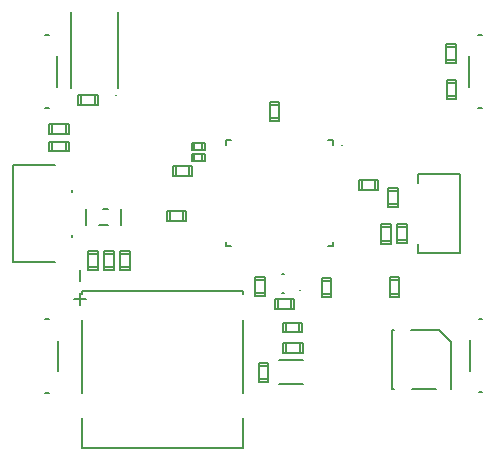
<source format=gbo>
%FSLAX46Y46*%
G04 Gerber Fmt 4.6, Leading zero omitted, Abs format (unit mm)*
G04 Created by KiCad (PCBNEW (2014-07-14 BZR 4996)-product) date wto, 15 lip 2014, 18:35:06*
%MOMM*%
G01*
G04 APERTURE LIST*
%ADD10C,0.100000*%
%ADD11C,0.127000*%
%ADD12C,0.170000*%
%ADD13C,0.150000*%
%ADD14C,0.200000*%
G04 APERTURE END LIST*
D10*
D11*
X92267302Y-98835980D02*
X91454502Y-98835980D01*
X91479902Y-97718380D02*
X92267302Y-97718380D01*
X91454502Y-97464380D02*
X91454502Y-99089980D01*
X91454502Y-99089980D02*
X92267302Y-99089980D01*
X92267302Y-99089980D02*
X92267302Y-97464380D01*
X92267302Y-97464380D02*
X91454502Y-97464380D01*
X99465928Y-94083128D02*
X99465928Y-94895928D01*
X98348328Y-94870528D02*
X98348328Y-94083128D01*
X98094328Y-94895928D02*
X99719928Y-94895928D01*
X99719928Y-94895928D02*
X99719928Y-94083128D01*
X99719928Y-94083128D02*
X98094328Y-94083128D01*
X98094328Y-94083128D02*
X98094328Y-94895928D01*
X117664340Y-93492828D02*
X116851540Y-93492828D01*
X116876940Y-92375228D02*
X117664340Y-92375228D01*
X116851540Y-92121228D02*
X116851540Y-93746828D01*
X116851540Y-93746828D02*
X117664340Y-93746828D01*
X117664340Y-93746828D02*
X117664340Y-92121228D01*
X117664340Y-92121228D02*
X116851540Y-92121228D01*
X114611182Y-92291686D02*
X114611182Y-91478886D01*
X115728782Y-91504286D02*
X115728782Y-92291686D01*
X115982782Y-91478886D02*
X114357182Y-91478886D01*
X114357182Y-91478886D02*
X114357182Y-92291686D01*
X114357182Y-92291686D02*
X115982782Y-92291686D01*
X115982782Y-92291686D02*
X115982782Y-91478886D01*
X100022422Y-90257122D02*
X100022422Y-91069922D01*
X98904822Y-91044522D02*
X98904822Y-90257122D01*
X98650822Y-91069922D02*
X100276422Y-91069922D01*
X100276422Y-91069922D02*
X100276422Y-90257122D01*
X100276422Y-90257122D02*
X98650822Y-90257122D01*
X98650822Y-90257122D02*
X98650822Y-91069922D01*
X117801620Y-101061622D02*
X116988820Y-101061622D01*
X117014220Y-99944022D02*
X117801620Y-99944022D01*
X116988820Y-99690022D02*
X116988820Y-101315622D01*
X116988820Y-101315622D02*
X117801620Y-101315622D01*
X117801620Y-101315622D02*
X117801620Y-99690022D01*
X117801620Y-99690022D02*
X116988820Y-99690022D01*
X112019420Y-101088022D02*
X111206620Y-101088022D01*
X111232020Y-99970422D02*
X112019420Y-99970422D01*
X111206620Y-99716422D02*
X111206620Y-101342022D01*
X111206620Y-101342022D02*
X112019420Y-101342022D01*
X112019420Y-101342022D02*
X112019420Y-99716422D01*
X112019420Y-99716422D02*
X111206620Y-99716422D01*
X117603820Y-95440421D02*
X118416620Y-95440421D01*
X118391220Y-96558021D02*
X117603820Y-96558021D01*
X118416620Y-96812021D02*
X118416620Y-95186421D01*
X118416620Y-95186421D02*
X117603820Y-95186421D01*
X117603820Y-95186421D02*
X117603820Y-96812021D01*
X117603820Y-96812021D02*
X118416620Y-96812021D01*
X116262626Y-95470422D02*
X117075426Y-95470422D01*
X117050026Y-96588022D02*
X116262626Y-96588022D01*
X117075426Y-96842022D02*
X117075426Y-95216422D01*
X117075426Y-95216422D02*
X116262626Y-95216422D01*
X116262626Y-95216422D02*
X116262626Y-96842022D01*
X116262626Y-96842022D02*
X117075426Y-96842022D01*
X107640102Y-86214944D02*
X106827302Y-86214944D01*
X106852702Y-85097344D02*
X107640102Y-85097344D01*
X106827302Y-84843344D02*
X106827302Y-86468944D01*
X106827302Y-86468944D02*
X107640102Y-86468944D01*
X107640102Y-86468944D02*
X107640102Y-84843344D01*
X107640102Y-84843344D02*
X106827302Y-84843344D01*
D12*
X119405993Y-97651401D02*
X122955993Y-97651401D01*
X119405993Y-96901401D02*
X119405993Y-97651401D01*
X119405993Y-90951401D02*
X122955993Y-90951401D01*
X119405993Y-90951401D02*
X119405993Y-91701401D01*
X122955993Y-90951401D02*
X122955993Y-97651401D01*
D13*
X109622640Y-106719877D02*
X107622640Y-106719877D01*
X109622640Y-108719877D02*
X107622640Y-108719877D01*
D12*
X93144895Y-93901600D02*
X92744895Y-93901600D01*
X93144895Y-95301600D02*
X92344895Y-95301600D01*
X94244895Y-95301600D02*
X94244895Y-93901600D01*
X91244895Y-95301600D02*
X91244895Y-93901600D01*
X124516009Y-109419001D02*
X124816009Y-109419001D01*
X123766009Y-105019001D02*
X123766009Y-107619001D01*
X124816009Y-103219001D02*
X124516009Y-103219001D01*
X88114781Y-103244801D02*
X87814781Y-103244801D01*
X88864781Y-107644801D02*
X88864781Y-105044801D01*
X87814781Y-109444801D02*
X88114781Y-109444801D01*
X124486209Y-85389001D02*
X124786209Y-85389001D01*
X123736209Y-80989001D02*
X123736209Y-83589001D01*
X124786209Y-79189001D02*
X124486209Y-79189001D01*
X88093181Y-79175201D02*
X87793181Y-79175201D01*
X88843181Y-83575201D02*
X88843181Y-80975201D01*
X87793181Y-85375201D02*
X88093181Y-85375201D01*
X122177711Y-105136320D02*
X121177711Y-104136320D01*
X117177711Y-109136320D02*
X117377711Y-109136320D01*
X117177711Y-104136320D02*
X117377711Y-104136320D01*
X120877711Y-109136320D02*
X118877711Y-109136320D01*
X122177711Y-109136320D02*
X122177711Y-105136320D01*
X121177711Y-104136320D02*
X118777711Y-104136320D01*
X117177711Y-104136320D02*
X117177711Y-109136320D01*
D11*
X92804058Y-97672960D02*
X93616858Y-97672960D01*
X93591458Y-98790560D02*
X92804058Y-98790560D01*
X93616858Y-99044560D02*
X93616858Y-97418960D01*
X93616858Y-97418960D02*
X92804058Y-97418960D01*
X92804058Y-97418960D02*
X92804058Y-99044560D01*
X92804058Y-99044560D02*
X93616858Y-99044560D01*
X122602222Y-84369980D02*
X121789422Y-84369980D01*
X121814822Y-83252380D02*
X122602222Y-83252380D01*
X121789422Y-82998380D02*
X121789422Y-84623980D01*
X121789422Y-84623980D02*
X122602222Y-84623980D01*
X122602222Y-84623980D02*
X122602222Y-82998380D01*
X122602222Y-82998380D02*
X121789422Y-82998380D01*
X88418580Y-89019938D02*
X88418580Y-88207138D01*
X89536180Y-88232538D02*
X89536180Y-89019938D01*
X89790180Y-88207138D02*
X88164580Y-88207138D01*
X88164580Y-88207138D02*
X88164580Y-89019938D01*
X88164580Y-89019938D02*
X89790180Y-89019938D01*
X89790180Y-89019938D02*
X89790180Y-88207138D01*
X94951978Y-98799628D02*
X94139178Y-98799628D01*
X94164578Y-97682028D02*
X94951978Y-97682028D01*
X94139178Y-97428028D02*
X94139178Y-99053628D01*
X94139178Y-99053628D02*
X94951978Y-99053628D01*
X94951978Y-99053628D02*
X94951978Y-97428028D01*
X94951978Y-97428028D02*
X94139178Y-97428028D01*
D12*
X90068999Y-92489001D02*
X90068999Y-92289001D01*
X90068999Y-96289001D02*
X90068999Y-96089001D01*
X85068999Y-98389001D02*
X88668999Y-98389001D01*
X85068999Y-90189001D02*
X88668999Y-90189001D01*
X85068999Y-98389001D02*
X85068999Y-90189001D01*
D11*
X122576822Y-81324180D02*
X121764022Y-81324180D01*
X121789422Y-80206580D02*
X122576822Y-80206580D01*
X121764022Y-79952580D02*
X121764022Y-81578180D01*
X121764022Y-81578180D02*
X122576822Y-81578180D01*
X122576822Y-81578180D02*
X122576822Y-79952580D01*
X122576822Y-79952580D02*
X121764022Y-79952580D01*
X89537020Y-86701262D02*
X89537020Y-87514062D01*
X88419420Y-87488662D02*
X88419420Y-86701262D01*
X88165420Y-87514062D02*
X89791020Y-87514062D01*
X89791020Y-87514062D02*
X89791020Y-86701262D01*
X89791020Y-86701262D02*
X88165420Y-86701262D01*
X88165420Y-86701262D02*
X88165420Y-87514062D01*
X90875780Y-85086778D02*
X90875780Y-84273978D01*
X91993380Y-84299378D02*
X91993380Y-85086778D01*
X92247380Y-84273978D02*
X90621780Y-84273978D01*
X90621780Y-84273978D02*
X90621780Y-85086778D01*
X90621780Y-85086778D02*
X92247380Y-85086778D01*
X92247380Y-85086778D02*
X92247380Y-84273978D01*
X106710018Y-108316357D02*
X105897218Y-108316357D01*
X105922618Y-107198757D02*
X106710018Y-107198757D01*
X105897218Y-106944757D02*
X105897218Y-108570357D01*
X105897218Y-108570357D02*
X106710018Y-108570357D01*
X106710018Y-108570357D02*
X106710018Y-106944757D01*
X106710018Y-106944757D02*
X105897218Y-106944757D01*
X109349440Y-105256141D02*
X109349440Y-106068941D01*
X108231840Y-106043541D02*
X108231840Y-105256141D01*
X107977840Y-106068941D02*
X109603440Y-106068941D01*
X109603440Y-106068941D02*
X109603440Y-105256141D01*
X109603440Y-105256141D02*
X107977840Y-105256141D01*
X107977840Y-105256141D02*
X107977840Y-106068941D01*
X108215000Y-104340099D02*
X108215000Y-103527299D01*
X109332600Y-103552699D02*
X109332600Y-104340099D01*
X109586600Y-103527299D02*
X107961000Y-103527299D01*
X107961000Y-103527299D02*
X107961000Y-104340099D01*
X107961000Y-104340099D02*
X109586600Y-104340099D01*
X109586600Y-104340099D02*
X109586600Y-103527299D01*
D14*
X93815801Y-84248200D02*
X93815801Y-84243200D01*
D12*
X90015801Y-83643200D02*
X90015801Y-77243200D01*
X94015801Y-83643200D02*
X94015801Y-77243200D01*
D11*
X100452525Y-89255122D02*
X100452525Y-89813922D01*
X101112925Y-89255122D02*
X101112925Y-89813922D01*
X101316125Y-89255122D02*
X101316125Y-89813922D01*
X101316125Y-89813922D02*
X100249325Y-89813922D01*
X100249325Y-89813922D02*
X100249325Y-89255122D01*
X100249325Y-89255122D02*
X101316125Y-89255122D01*
X100448925Y-88322322D02*
X100448925Y-88881122D01*
X101109325Y-88322322D02*
X101109325Y-88881122D01*
X101312525Y-88322322D02*
X101312525Y-88881122D01*
X101312525Y-88881122D02*
X100245725Y-88881122D01*
X100245725Y-88881122D02*
X100245725Y-88322322D01*
X100245725Y-88322322D02*
X101312525Y-88322322D01*
D12*
X90730197Y-100041173D02*
X90730197Y-99041173D01*
X90730197Y-102041173D02*
X90730197Y-101041173D01*
X90230197Y-101541173D02*
X91230197Y-101541173D01*
D11*
X108636800Y-101527301D02*
X108636800Y-102340101D01*
X107519200Y-102314701D02*
X107519200Y-101527301D01*
X107265200Y-102340101D02*
X108890800Y-102340101D01*
X108890800Y-102340101D02*
X108890800Y-101527301D01*
X108890800Y-101527301D02*
X107265200Y-101527301D01*
X107265200Y-101527301D02*
X107265200Y-102340101D01*
X105578601Y-99884500D02*
X106391401Y-99884500D01*
X106366001Y-101002100D02*
X105578601Y-101002100D01*
X106391401Y-101256100D02*
X106391401Y-99630500D01*
X106391401Y-99630500D02*
X105578601Y-99630500D01*
X105578601Y-99630500D02*
X105578601Y-101256100D01*
X105578601Y-101256100D02*
X106391401Y-101256100D01*
D14*
X109416700Y-100762199D02*
X109411700Y-100762199D01*
D12*
X108061700Y-101012199D02*
X107861700Y-101012199D01*
X108061700Y-99412199D02*
X107861700Y-99412199D01*
X104538197Y-101074200D02*
X104538197Y-100844200D01*
X90938197Y-101074200D02*
X90938197Y-100844200D01*
X90938197Y-100844200D02*
X104538197Y-100844200D01*
X104538197Y-109474200D02*
X104538197Y-103274200D01*
X90938197Y-109474200D02*
X90938197Y-103274200D01*
X90938197Y-111574200D02*
X90938197Y-114144200D01*
X90938197Y-114144200D02*
X104538197Y-114144200D01*
X104538197Y-114144200D02*
X104538197Y-111574200D01*
X112959331Y-88475799D02*
X112954331Y-88475799D01*
X111754331Y-97075799D02*
X112154331Y-97075799D01*
X112154331Y-97075799D02*
X112154331Y-96675799D01*
X103154331Y-96675799D02*
X103154331Y-97075799D01*
X103154331Y-97075799D02*
X103554331Y-97075799D01*
X103554331Y-88075799D02*
X103154331Y-88075799D01*
X103154331Y-88075799D02*
X103154331Y-88475799D01*
X112154331Y-88475799D02*
X112154331Y-88075799D01*
X112154331Y-88075799D02*
X111754331Y-88075799D01*
M02*

</source>
